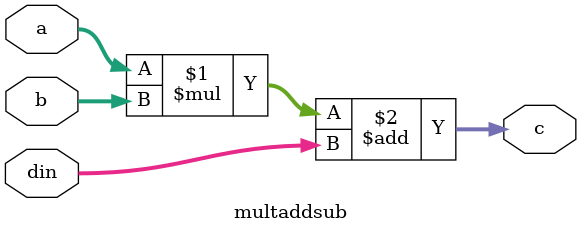
<source format=sv>

module multaddsub #(
    parameter A_WIDTH = 16,  // Multiplier input A width
    parameter B_WIDTH = 16,  // Multiplier input B width
    parameter ACC_WIDTH = 32 // Accumulator/din width (must match output)
) (
    input  signed [A_WIDTH-1:0]   a,    // Multiplier input A (16-bit)
    input  signed [B_WIDTH-1:0]   b,    // Multiplier input B (16-bit)
    input  signed [ACC_WIDTH-1:0] din,  // Accumulator input (32-bit)
    output signed [ACC_WIDTH-1:0] c     // Result (32-bit)
);

    // Direct assignment - synthesis should infer MAC16
    // This matches the pattern: 16x16 multiply + 32-bit accumulate
    assign c = a * b + din;

endmodule
</source>
